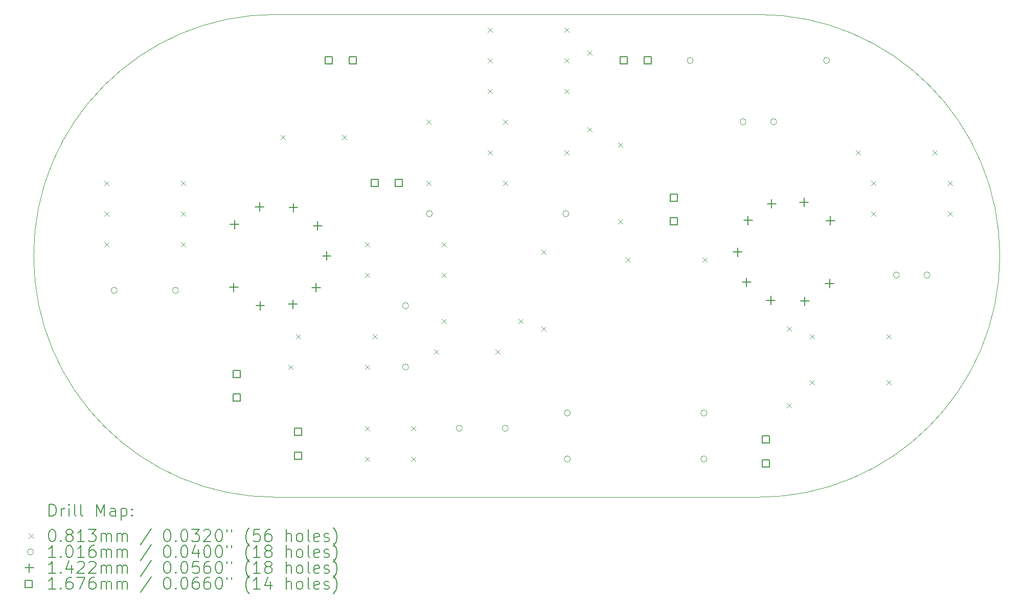
<source format=gbr>
%TF.GenerationSoftware,KiCad,Pcbnew,8.0.3*%
%TF.CreationDate,2024-07-11T22:05:59+03:00*%
%TF.ProjectId,main,6d61696e-2e6b-4696-9361-645f70636258,rev?*%
%TF.SameCoordinates,Original*%
%TF.FileFunction,Drillmap*%
%TF.FilePolarity,Positive*%
%FSLAX45Y45*%
G04 Gerber Fmt 4.5, Leading zero omitted, Abs format (unit mm)*
G04 Created by KiCad (PCBNEW 8.0.3) date 2024-07-11 22:05:59*
%MOMM*%
%LPD*%
G01*
G04 APERTURE LIST*
%ADD10C,0.050000*%
%ADD11C,0.200000*%
%ADD12C,0.100000*%
%ADD13C,0.101600*%
%ADD14C,0.142240*%
%ADD15C,0.167640*%
G04 APERTURE END LIST*
D10*
X10287000Y-12318000D02*
X18287000Y-12318000D01*
X10287000Y-4318000D02*
X18287000Y-4318000D01*
X10287000Y-12318000D02*
G75*
G02*
X10287000Y-4318000I0J4000000D01*
G01*
X18287000Y-4318000D02*
G75*
G02*
X18287000Y-12318000I0J-4000000D01*
G01*
D11*
D12*
X7452360Y-7071360D02*
X7533640Y-7152640D01*
X7533640Y-7071360D02*
X7452360Y-7152640D01*
X7452360Y-7579360D02*
X7533640Y-7660640D01*
X7533640Y-7579360D02*
X7452360Y-7660640D01*
X7452360Y-8087360D02*
X7533640Y-8168640D01*
X7533640Y-8087360D02*
X7452360Y-8168640D01*
X8722360Y-7071360D02*
X8803640Y-7152640D01*
X8803640Y-7071360D02*
X8722360Y-7152640D01*
X8722360Y-7579360D02*
X8803640Y-7660640D01*
X8803640Y-7579360D02*
X8722360Y-7660640D01*
X8722360Y-8087360D02*
X8803640Y-8168640D01*
X8803640Y-8087360D02*
X8722360Y-8168640D01*
X10373360Y-6309360D02*
X10454640Y-6390640D01*
X10454640Y-6309360D02*
X10373360Y-6390640D01*
X10500360Y-10119360D02*
X10581640Y-10200640D01*
X10581640Y-10119360D02*
X10500360Y-10200640D01*
X10627360Y-9611360D02*
X10708640Y-9692640D01*
X10708640Y-9611360D02*
X10627360Y-9692640D01*
X11389360Y-6309360D02*
X11470640Y-6390640D01*
X11470640Y-6309360D02*
X11389360Y-6390640D01*
X11770360Y-8087360D02*
X11851640Y-8168640D01*
X11851640Y-8087360D02*
X11770360Y-8168640D01*
X11770360Y-8595360D02*
X11851640Y-8676640D01*
X11851640Y-8595360D02*
X11770360Y-8676640D01*
X11770360Y-10119360D02*
X11851640Y-10200640D01*
X11851640Y-10119360D02*
X11770360Y-10200640D01*
X11770360Y-11135360D02*
X11851640Y-11216640D01*
X11851640Y-11135360D02*
X11770360Y-11216640D01*
X11770360Y-11643360D02*
X11851640Y-11724640D01*
X11851640Y-11643360D02*
X11770360Y-11724640D01*
X11897360Y-9611360D02*
X11978640Y-9692640D01*
X11978640Y-9611360D02*
X11897360Y-9692640D01*
X12532360Y-11135360D02*
X12613640Y-11216640D01*
X12613640Y-11135360D02*
X12532360Y-11216640D01*
X12532360Y-11643360D02*
X12613640Y-11724640D01*
X12613640Y-11643360D02*
X12532360Y-11724640D01*
X12786360Y-6055360D02*
X12867640Y-6136640D01*
X12867640Y-6055360D02*
X12786360Y-6136640D01*
X12786360Y-7071360D02*
X12867640Y-7152640D01*
X12867640Y-7071360D02*
X12786360Y-7152640D01*
X12913360Y-9865360D02*
X12994640Y-9946640D01*
X12994640Y-9865360D02*
X12913360Y-9946640D01*
X13040360Y-8087360D02*
X13121640Y-8168640D01*
X13121640Y-8087360D02*
X13040360Y-8168640D01*
X13040360Y-8595360D02*
X13121640Y-8676640D01*
X13121640Y-8595360D02*
X13040360Y-8676640D01*
X13040360Y-9357360D02*
X13121640Y-9438640D01*
X13121640Y-9357360D02*
X13040360Y-9438640D01*
X13802360Y-4531360D02*
X13883640Y-4612640D01*
X13883640Y-4531360D02*
X13802360Y-4612640D01*
X13802360Y-5039360D02*
X13883640Y-5120640D01*
X13883640Y-5039360D02*
X13802360Y-5120640D01*
X13802360Y-5547360D02*
X13883640Y-5628640D01*
X13883640Y-5547360D02*
X13802360Y-5628640D01*
X13802360Y-6563360D02*
X13883640Y-6644640D01*
X13883640Y-6563360D02*
X13802360Y-6644640D01*
X13929360Y-9865360D02*
X14010640Y-9946640D01*
X14010640Y-9865360D02*
X13929360Y-9946640D01*
X14056360Y-6055360D02*
X14137640Y-6136640D01*
X14137640Y-6055360D02*
X14056360Y-6136640D01*
X14056360Y-7071360D02*
X14137640Y-7152640D01*
X14137640Y-7071360D02*
X14056360Y-7152640D01*
X14310360Y-9357360D02*
X14391640Y-9438640D01*
X14391640Y-9357360D02*
X14310360Y-9438640D01*
X14691360Y-8214360D02*
X14772640Y-8295640D01*
X14772640Y-8214360D02*
X14691360Y-8295640D01*
X14691360Y-9484360D02*
X14772640Y-9565640D01*
X14772640Y-9484360D02*
X14691360Y-9565640D01*
X15072360Y-4531360D02*
X15153640Y-4612640D01*
X15153640Y-4531360D02*
X15072360Y-4612640D01*
X15072360Y-5039360D02*
X15153640Y-5120640D01*
X15153640Y-5039360D02*
X15072360Y-5120640D01*
X15072360Y-5547360D02*
X15153640Y-5628640D01*
X15153640Y-5547360D02*
X15072360Y-5628640D01*
X15072360Y-6563360D02*
X15153640Y-6644640D01*
X15153640Y-6563360D02*
X15072360Y-6644640D01*
X15453360Y-4912360D02*
X15534640Y-4993640D01*
X15534640Y-4912360D02*
X15453360Y-4993640D01*
X15453360Y-6182360D02*
X15534640Y-6263640D01*
X15534640Y-6182360D02*
X15453360Y-6263640D01*
X15961360Y-6436360D02*
X16042640Y-6517640D01*
X16042640Y-6436360D02*
X15961360Y-6517640D01*
X15961360Y-7706360D02*
X16042640Y-7787640D01*
X16042640Y-7706360D02*
X15961360Y-7787640D01*
X16088360Y-8341360D02*
X16169640Y-8422640D01*
X16169640Y-8341360D02*
X16088360Y-8422640D01*
X17358360Y-8341360D02*
X17439640Y-8422640D01*
X17439640Y-8341360D02*
X17358360Y-8422640D01*
X18755360Y-9484360D02*
X18836640Y-9565640D01*
X18836640Y-9484360D02*
X18755360Y-9565640D01*
X18755360Y-10754360D02*
X18836640Y-10835640D01*
X18836640Y-10754360D02*
X18755360Y-10835640D01*
X19136360Y-9611360D02*
X19217640Y-9692640D01*
X19217640Y-9611360D02*
X19136360Y-9692640D01*
X19136360Y-10373360D02*
X19217640Y-10454640D01*
X19217640Y-10373360D02*
X19136360Y-10454640D01*
X19898360Y-6563360D02*
X19979640Y-6644640D01*
X19979640Y-6563360D02*
X19898360Y-6644640D01*
X20152360Y-7071360D02*
X20233640Y-7152640D01*
X20233640Y-7071360D02*
X20152360Y-7152640D01*
X20152360Y-7579360D02*
X20233640Y-7660640D01*
X20233640Y-7579360D02*
X20152360Y-7660640D01*
X20406360Y-9611360D02*
X20487640Y-9692640D01*
X20487640Y-9611360D02*
X20406360Y-9692640D01*
X20406360Y-10373360D02*
X20487640Y-10454640D01*
X20487640Y-10373360D02*
X20406360Y-10454640D01*
X21168360Y-6563360D02*
X21249640Y-6644640D01*
X21249640Y-6563360D02*
X21168360Y-6644640D01*
X21422360Y-7071360D02*
X21503640Y-7152640D01*
X21503640Y-7071360D02*
X21422360Y-7152640D01*
X21422360Y-7579360D02*
X21503640Y-7660640D01*
X21503640Y-7579360D02*
X21422360Y-7660640D01*
D13*
X7670800Y-8890000D02*
G75*
G02*
X7569200Y-8890000I-50800J0D01*
G01*
X7569200Y-8890000D02*
G75*
G02*
X7670800Y-8890000I50800J0D01*
G01*
X8686800Y-8890000D02*
G75*
G02*
X8585200Y-8890000I-50800J0D01*
G01*
X8585200Y-8890000D02*
G75*
G02*
X8686800Y-8890000I50800J0D01*
G01*
X12496800Y-9144000D02*
G75*
G02*
X12395200Y-9144000I-50800J0D01*
G01*
X12395200Y-9144000D02*
G75*
G02*
X12496800Y-9144000I50800J0D01*
G01*
X12496800Y-10160000D02*
G75*
G02*
X12395200Y-10160000I-50800J0D01*
G01*
X12395200Y-10160000D02*
G75*
G02*
X12496800Y-10160000I50800J0D01*
G01*
X12890500Y-7620000D02*
G75*
G02*
X12788900Y-7620000I-50800J0D01*
G01*
X12788900Y-7620000D02*
G75*
G02*
X12890500Y-7620000I50800J0D01*
G01*
X13385800Y-11176000D02*
G75*
G02*
X13284200Y-11176000I-50800J0D01*
G01*
X13284200Y-11176000D02*
G75*
G02*
X13385800Y-11176000I50800J0D01*
G01*
X14147800Y-11176000D02*
G75*
G02*
X14046200Y-11176000I-50800J0D01*
G01*
X14046200Y-11176000D02*
G75*
G02*
X14147800Y-11176000I50800J0D01*
G01*
X15151100Y-7620000D02*
G75*
G02*
X15049500Y-7620000I-50800J0D01*
G01*
X15049500Y-7620000D02*
G75*
G02*
X15151100Y-7620000I50800J0D01*
G01*
X15176500Y-10922000D02*
G75*
G02*
X15074900Y-10922000I-50800J0D01*
G01*
X15074900Y-10922000D02*
G75*
G02*
X15176500Y-10922000I50800J0D01*
G01*
X15176500Y-11684000D02*
G75*
G02*
X15074900Y-11684000I-50800J0D01*
G01*
X15074900Y-11684000D02*
G75*
G02*
X15176500Y-11684000I50800J0D01*
G01*
X17208500Y-5080000D02*
G75*
G02*
X17106900Y-5080000I-50800J0D01*
G01*
X17106900Y-5080000D02*
G75*
G02*
X17208500Y-5080000I50800J0D01*
G01*
X17437100Y-10922000D02*
G75*
G02*
X17335500Y-10922000I-50800J0D01*
G01*
X17335500Y-10922000D02*
G75*
G02*
X17437100Y-10922000I50800J0D01*
G01*
X17437100Y-11684000D02*
G75*
G02*
X17335500Y-11684000I-50800J0D01*
G01*
X17335500Y-11684000D02*
G75*
G02*
X17437100Y-11684000I50800J0D01*
G01*
X18084800Y-6096000D02*
G75*
G02*
X17983200Y-6096000I-50800J0D01*
G01*
X17983200Y-6096000D02*
G75*
G02*
X18084800Y-6096000I50800J0D01*
G01*
X18592800Y-6096000D02*
G75*
G02*
X18491200Y-6096000I-50800J0D01*
G01*
X18491200Y-6096000D02*
G75*
G02*
X18592800Y-6096000I50800J0D01*
G01*
X19469100Y-5080000D02*
G75*
G02*
X19367500Y-5080000I-50800J0D01*
G01*
X19367500Y-5080000D02*
G75*
G02*
X19469100Y-5080000I50800J0D01*
G01*
X20624800Y-8636000D02*
G75*
G02*
X20523200Y-8636000I-50800J0D01*
G01*
X20523200Y-8636000D02*
G75*
G02*
X20624800Y-8636000I50800J0D01*
G01*
X21132800Y-8636000D02*
G75*
G02*
X21031200Y-8636000I-50800J0D01*
G01*
X21031200Y-8636000D02*
G75*
G02*
X21132800Y-8636000I50800J0D01*
G01*
D14*
X9601200Y-8767580D02*
X9601200Y-8909820D01*
X9530080Y-8838700D02*
X9672320Y-8838700D01*
X9613900Y-7726180D02*
X9613900Y-7868420D01*
X9542780Y-7797300D02*
X9685020Y-7797300D01*
X10025900Y-7434180D02*
X10025900Y-7576420D01*
X9954780Y-7505300D02*
X10097020Y-7505300D01*
X10038600Y-9072280D02*
X10038600Y-9214520D01*
X9967480Y-9143400D02*
X10109720Y-9143400D01*
X10576300Y-9047280D02*
X10576300Y-9189520D01*
X10505180Y-9118400D02*
X10647420Y-9118400D01*
X10589000Y-7446480D02*
X10589000Y-7588720D01*
X10517880Y-7517600D02*
X10660120Y-7517600D01*
X10964000Y-8772680D02*
X10964000Y-8914920D01*
X10892880Y-8843800D02*
X11035120Y-8843800D01*
X10989400Y-7746480D02*
X10989400Y-7888720D01*
X10918280Y-7817600D02*
X11060520Y-7817600D01*
X11139400Y-8246880D02*
X11139400Y-8389120D01*
X11068280Y-8318000D02*
X11210520Y-8318000D01*
X17943600Y-8183880D02*
X17943600Y-8326120D01*
X17872480Y-8255000D02*
X18014720Y-8255000D01*
X18093600Y-8684280D02*
X18093600Y-8826520D01*
X18022480Y-8755400D02*
X18164720Y-8755400D01*
X18119000Y-7658080D02*
X18119000Y-7800320D01*
X18047880Y-7729200D02*
X18190120Y-7729200D01*
X18494000Y-8984280D02*
X18494000Y-9126520D01*
X18422880Y-9055400D02*
X18565120Y-9055400D01*
X18506700Y-7383480D02*
X18506700Y-7525720D01*
X18435580Y-7454600D02*
X18577820Y-7454600D01*
X19044400Y-7358480D02*
X19044400Y-7500720D01*
X18973280Y-7429600D02*
X19115520Y-7429600D01*
X19057100Y-8996580D02*
X19057100Y-9138820D01*
X18985980Y-9067700D02*
X19128220Y-9067700D01*
X19469100Y-8704580D02*
X19469100Y-8846820D01*
X19397980Y-8775700D02*
X19540220Y-8775700D01*
X19481800Y-7663180D02*
X19481800Y-7805420D01*
X19410680Y-7734300D02*
X19552920Y-7734300D01*
D15*
X9711270Y-10331030D02*
X9711270Y-10212490D01*
X9592730Y-10212490D01*
X9592730Y-10331030D01*
X9711270Y-10331030D01*
X9711270Y-10727270D02*
X9711270Y-10608730D01*
X9592730Y-10608730D01*
X9592730Y-10727270D01*
X9711270Y-10727270D01*
X10727270Y-11291150D02*
X10727270Y-11172610D01*
X10608730Y-11172610D01*
X10608730Y-11291150D01*
X10727270Y-11291150D01*
X10727270Y-11687390D02*
X10727270Y-11568850D01*
X10608730Y-11568850D01*
X10608730Y-11687390D01*
X10727270Y-11687390D01*
X11235270Y-5139270D02*
X11235270Y-5020730D01*
X11116730Y-5020730D01*
X11116730Y-5139270D01*
X11235270Y-5139270D01*
X11631510Y-5139270D02*
X11631510Y-5020730D01*
X11512970Y-5020730D01*
X11512970Y-5139270D01*
X11631510Y-5139270D01*
X11997270Y-7171270D02*
X11997270Y-7052730D01*
X11878730Y-7052730D01*
X11878730Y-7171270D01*
X11997270Y-7171270D01*
X12393510Y-7171270D02*
X12393510Y-7052730D01*
X12274970Y-7052730D01*
X12274970Y-7171270D01*
X12393510Y-7171270D01*
X16117150Y-5139270D02*
X16117150Y-5020730D01*
X15998610Y-5020730D01*
X15998610Y-5139270D01*
X16117150Y-5139270D01*
X16513390Y-5139270D02*
X16513390Y-5020730D01*
X16394850Y-5020730D01*
X16394850Y-5139270D01*
X16513390Y-5139270D01*
X16950270Y-7410030D02*
X16950270Y-7291490D01*
X16831730Y-7291490D01*
X16831730Y-7410030D01*
X16950270Y-7410030D01*
X16950270Y-7806270D02*
X16950270Y-7687730D01*
X16831730Y-7687730D01*
X16831730Y-7806270D01*
X16950270Y-7806270D01*
X18474270Y-11418150D02*
X18474270Y-11299610D01*
X18355730Y-11299610D01*
X18355730Y-11418150D01*
X18474270Y-11418150D01*
X18474270Y-11814390D02*
X18474270Y-11695850D01*
X18355730Y-11695850D01*
X18355730Y-11814390D01*
X18474270Y-11814390D01*
D11*
X6545277Y-12631984D02*
X6545277Y-12431984D01*
X6545277Y-12431984D02*
X6592896Y-12431984D01*
X6592896Y-12431984D02*
X6621467Y-12441508D01*
X6621467Y-12441508D02*
X6640515Y-12460555D01*
X6640515Y-12460555D02*
X6650039Y-12479603D01*
X6650039Y-12479603D02*
X6659562Y-12517698D01*
X6659562Y-12517698D02*
X6659562Y-12546269D01*
X6659562Y-12546269D02*
X6650039Y-12584365D01*
X6650039Y-12584365D02*
X6640515Y-12603412D01*
X6640515Y-12603412D02*
X6621467Y-12622460D01*
X6621467Y-12622460D02*
X6592896Y-12631984D01*
X6592896Y-12631984D02*
X6545277Y-12631984D01*
X6745277Y-12631984D02*
X6745277Y-12498650D01*
X6745277Y-12536746D02*
X6754801Y-12517698D01*
X6754801Y-12517698D02*
X6764324Y-12508174D01*
X6764324Y-12508174D02*
X6783372Y-12498650D01*
X6783372Y-12498650D02*
X6802420Y-12498650D01*
X6869086Y-12631984D02*
X6869086Y-12498650D01*
X6869086Y-12431984D02*
X6859562Y-12441508D01*
X6859562Y-12441508D02*
X6869086Y-12451031D01*
X6869086Y-12451031D02*
X6878610Y-12441508D01*
X6878610Y-12441508D02*
X6869086Y-12431984D01*
X6869086Y-12431984D02*
X6869086Y-12451031D01*
X6992896Y-12631984D02*
X6973848Y-12622460D01*
X6973848Y-12622460D02*
X6964324Y-12603412D01*
X6964324Y-12603412D02*
X6964324Y-12431984D01*
X7097658Y-12631984D02*
X7078610Y-12622460D01*
X7078610Y-12622460D02*
X7069086Y-12603412D01*
X7069086Y-12603412D02*
X7069086Y-12431984D01*
X7326229Y-12631984D02*
X7326229Y-12431984D01*
X7326229Y-12431984D02*
X7392896Y-12574841D01*
X7392896Y-12574841D02*
X7459562Y-12431984D01*
X7459562Y-12431984D02*
X7459562Y-12631984D01*
X7640515Y-12631984D02*
X7640515Y-12527222D01*
X7640515Y-12527222D02*
X7630991Y-12508174D01*
X7630991Y-12508174D02*
X7611943Y-12498650D01*
X7611943Y-12498650D02*
X7573848Y-12498650D01*
X7573848Y-12498650D02*
X7554801Y-12508174D01*
X7640515Y-12622460D02*
X7621467Y-12631984D01*
X7621467Y-12631984D02*
X7573848Y-12631984D01*
X7573848Y-12631984D02*
X7554801Y-12622460D01*
X7554801Y-12622460D02*
X7545277Y-12603412D01*
X7545277Y-12603412D02*
X7545277Y-12584365D01*
X7545277Y-12584365D02*
X7554801Y-12565317D01*
X7554801Y-12565317D02*
X7573848Y-12555793D01*
X7573848Y-12555793D02*
X7621467Y-12555793D01*
X7621467Y-12555793D02*
X7640515Y-12546269D01*
X7735753Y-12498650D02*
X7735753Y-12698650D01*
X7735753Y-12508174D02*
X7754801Y-12498650D01*
X7754801Y-12498650D02*
X7792896Y-12498650D01*
X7792896Y-12498650D02*
X7811943Y-12508174D01*
X7811943Y-12508174D02*
X7821467Y-12517698D01*
X7821467Y-12517698D02*
X7830991Y-12536746D01*
X7830991Y-12536746D02*
X7830991Y-12593888D01*
X7830991Y-12593888D02*
X7821467Y-12612936D01*
X7821467Y-12612936D02*
X7811943Y-12622460D01*
X7811943Y-12622460D02*
X7792896Y-12631984D01*
X7792896Y-12631984D02*
X7754801Y-12631984D01*
X7754801Y-12631984D02*
X7735753Y-12622460D01*
X7916705Y-12612936D02*
X7926229Y-12622460D01*
X7926229Y-12622460D02*
X7916705Y-12631984D01*
X7916705Y-12631984D02*
X7907182Y-12622460D01*
X7907182Y-12622460D02*
X7916705Y-12612936D01*
X7916705Y-12612936D02*
X7916705Y-12631984D01*
X7916705Y-12508174D02*
X7926229Y-12517698D01*
X7926229Y-12517698D02*
X7916705Y-12527222D01*
X7916705Y-12527222D02*
X7907182Y-12517698D01*
X7907182Y-12517698D02*
X7916705Y-12508174D01*
X7916705Y-12508174D02*
X7916705Y-12527222D01*
D12*
X6203220Y-12919860D02*
X6284500Y-13001140D01*
X6284500Y-12919860D02*
X6203220Y-13001140D01*
D11*
X6583372Y-12851984D02*
X6602420Y-12851984D01*
X6602420Y-12851984D02*
X6621467Y-12861508D01*
X6621467Y-12861508D02*
X6630991Y-12871031D01*
X6630991Y-12871031D02*
X6640515Y-12890079D01*
X6640515Y-12890079D02*
X6650039Y-12928174D01*
X6650039Y-12928174D02*
X6650039Y-12975793D01*
X6650039Y-12975793D02*
X6640515Y-13013888D01*
X6640515Y-13013888D02*
X6630991Y-13032936D01*
X6630991Y-13032936D02*
X6621467Y-13042460D01*
X6621467Y-13042460D02*
X6602420Y-13051984D01*
X6602420Y-13051984D02*
X6583372Y-13051984D01*
X6583372Y-13051984D02*
X6564324Y-13042460D01*
X6564324Y-13042460D02*
X6554801Y-13032936D01*
X6554801Y-13032936D02*
X6545277Y-13013888D01*
X6545277Y-13013888D02*
X6535753Y-12975793D01*
X6535753Y-12975793D02*
X6535753Y-12928174D01*
X6535753Y-12928174D02*
X6545277Y-12890079D01*
X6545277Y-12890079D02*
X6554801Y-12871031D01*
X6554801Y-12871031D02*
X6564324Y-12861508D01*
X6564324Y-12861508D02*
X6583372Y-12851984D01*
X6735753Y-13032936D02*
X6745277Y-13042460D01*
X6745277Y-13042460D02*
X6735753Y-13051984D01*
X6735753Y-13051984D02*
X6726229Y-13042460D01*
X6726229Y-13042460D02*
X6735753Y-13032936D01*
X6735753Y-13032936D02*
X6735753Y-13051984D01*
X6859562Y-12937698D02*
X6840515Y-12928174D01*
X6840515Y-12928174D02*
X6830991Y-12918650D01*
X6830991Y-12918650D02*
X6821467Y-12899603D01*
X6821467Y-12899603D02*
X6821467Y-12890079D01*
X6821467Y-12890079D02*
X6830991Y-12871031D01*
X6830991Y-12871031D02*
X6840515Y-12861508D01*
X6840515Y-12861508D02*
X6859562Y-12851984D01*
X6859562Y-12851984D02*
X6897658Y-12851984D01*
X6897658Y-12851984D02*
X6916705Y-12861508D01*
X6916705Y-12861508D02*
X6926229Y-12871031D01*
X6926229Y-12871031D02*
X6935753Y-12890079D01*
X6935753Y-12890079D02*
X6935753Y-12899603D01*
X6935753Y-12899603D02*
X6926229Y-12918650D01*
X6926229Y-12918650D02*
X6916705Y-12928174D01*
X6916705Y-12928174D02*
X6897658Y-12937698D01*
X6897658Y-12937698D02*
X6859562Y-12937698D01*
X6859562Y-12937698D02*
X6840515Y-12947222D01*
X6840515Y-12947222D02*
X6830991Y-12956746D01*
X6830991Y-12956746D02*
X6821467Y-12975793D01*
X6821467Y-12975793D02*
X6821467Y-13013888D01*
X6821467Y-13013888D02*
X6830991Y-13032936D01*
X6830991Y-13032936D02*
X6840515Y-13042460D01*
X6840515Y-13042460D02*
X6859562Y-13051984D01*
X6859562Y-13051984D02*
X6897658Y-13051984D01*
X6897658Y-13051984D02*
X6916705Y-13042460D01*
X6916705Y-13042460D02*
X6926229Y-13032936D01*
X6926229Y-13032936D02*
X6935753Y-13013888D01*
X6935753Y-13013888D02*
X6935753Y-12975793D01*
X6935753Y-12975793D02*
X6926229Y-12956746D01*
X6926229Y-12956746D02*
X6916705Y-12947222D01*
X6916705Y-12947222D02*
X6897658Y-12937698D01*
X7126229Y-13051984D02*
X7011943Y-13051984D01*
X7069086Y-13051984D02*
X7069086Y-12851984D01*
X7069086Y-12851984D02*
X7050039Y-12880555D01*
X7050039Y-12880555D02*
X7030991Y-12899603D01*
X7030991Y-12899603D02*
X7011943Y-12909127D01*
X7192896Y-12851984D02*
X7316705Y-12851984D01*
X7316705Y-12851984D02*
X7250039Y-12928174D01*
X7250039Y-12928174D02*
X7278610Y-12928174D01*
X7278610Y-12928174D02*
X7297658Y-12937698D01*
X7297658Y-12937698D02*
X7307182Y-12947222D01*
X7307182Y-12947222D02*
X7316705Y-12966269D01*
X7316705Y-12966269D02*
X7316705Y-13013888D01*
X7316705Y-13013888D02*
X7307182Y-13032936D01*
X7307182Y-13032936D02*
X7297658Y-13042460D01*
X7297658Y-13042460D02*
X7278610Y-13051984D01*
X7278610Y-13051984D02*
X7221467Y-13051984D01*
X7221467Y-13051984D02*
X7202420Y-13042460D01*
X7202420Y-13042460D02*
X7192896Y-13032936D01*
X7402420Y-13051984D02*
X7402420Y-12918650D01*
X7402420Y-12937698D02*
X7411943Y-12928174D01*
X7411943Y-12928174D02*
X7430991Y-12918650D01*
X7430991Y-12918650D02*
X7459563Y-12918650D01*
X7459563Y-12918650D02*
X7478610Y-12928174D01*
X7478610Y-12928174D02*
X7488134Y-12947222D01*
X7488134Y-12947222D02*
X7488134Y-13051984D01*
X7488134Y-12947222D02*
X7497658Y-12928174D01*
X7497658Y-12928174D02*
X7516705Y-12918650D01*
X7516705Y-12918650D02*
X7545277Y-12918650D01*
X7545277Y-12918650D02*
X7564324Y-12928174D01*
X7564324Y-12928174D02*
X7573848Y-12947222D01*
X7573848Y-12947222D02*
X7573848Y-13051984D01*
X7669086Y-13051984D02*
X7669086Y-12918650D01*
X7669086Y-12937698D02*
X7678610Y-12928174D01*
X7678610Y-12928174D02*
X7697658Y-12918650D01*
X7697658Y-12918650D02*
X7726229Y-12918650D01*
X7726229Y-12918650D02*
X7745277Y-12928174D01*
X7745277Y-12928174D02*
X7754801Y-12947222D01*
X7754801Y-12947222D02*
X7754801Y-13051984D01*
X7754801Y-12947222D02*
X7764324Y-12928174D01*
X7764324Y-12928174D02*
X7783372Y-12918650D01*
X7783372Y-12918650D02*
X7811943Y-12918650D01*
X7811943Y-12918650D02*
X7830991Y-12928174D01*
X7830991Y-12928174D02*
X7840515Y-12947222D01*
X7840515Y-12947222D02*
X7840515Y-13051984D01*
X8230991Y-12842460D02*
X8059563Y-13099603D01*
X8488134Y-12851984D02*
X8507182Y-12851984D01*
X8507182Y-12851984D02*
X8526229Y-12861508D01*
X8526229Y-12861508D02*
X8535753Y-12871031D01*
X8535753Y-12871031D02*
X8545277Y-12890079D01*
X8545277Y-12890079D02*
X8554801Y-12928174D01*
X8554801Y-12928174D02*
X8554801Y-12975793D01*
X8554801Y-12975793D02*
X8545277Y-13013888D01*
X8545277Y-13013888D02*
X8535753Y-13032936D01*
X8535753Y-13032936D02*
X8526229Y-13042460D01*
X8526229Y-13042460D02*
X8507182Y-13051984D01*
X8507182Y-13051984D02*
X8488134Y-13051984D01*
X8488134Y-13051984D02*
X8469087Y-13042460D01*
X8469087Y-13042460D02*
X8459563Y-13032936D01*
X8459563Y-13032936D02*
X8450039Y-13013888D01*
X8450039Y-13013888D02*
X8440515Y-12975793D01*
X8440515Y-12975793D02*
X8440515Y-12928174D01*
X8440515Y-12928174D02*
X8450039Y-12890079D01*
X8450039Y-12890079D02*
X8459563Y-12871031D01*
X8459563Y-12871031D02*
X8469087Y-12861508D01*
X8469087Y-12861508D02*
X8488134Y-12851984D01*
X8640515Y-13032936D02*
X8650039Y-13042460D01*
X8650039Y-13042460D02*
X8640515Y-13051984D01*
X8640515Y-13051984D02*
X8630991Y-13042460D01*
X8630991Y-13042460D02*
X8640515Y-13032936D01*
X8640515Y-13032936D02*
X8640515Y-13051984D01*
X8773848Y-12851984D02*
X8792896Y-12851984D01*
X8792896Y-12851984D02*
X8811944Y-12861508D01*
X8811944Y-12861508D02*
X8821468Y-12871031D01*
X8821468Y-12871031D02*
X8830991Y-12890079D01*
X8830991Y-12890079D02*
X8840515Y-12928174D01*
X8840515Y-12928174D02*
X8840515Y-12975793D01*
X8840515Y-12975793D02*
X8830991Y-13013888D01*
X8830991Y-13013888D02*
X8821468Y-13032936D01*
X8821468Y-13032936D02*
X8811944Y-13042460D01*
X8811944Y-13042460D02*
X8792896Y-13051984D01*
X8792896Y-13051984D02*
X8773848Y-13051984D01*
X8773848Y-13051984D02*
X8754801Y-13042460D01*
X8754801Y-13042460D02*
X8745277Y-13032936D01*
X8745277Y-13032936D02*
X8735753Y-13013888D01*
X8735753Y-13013888D02*
X8726229Y-12975793D01*
X8726229Y-12975793D02*
X8726229Y-12928174D01*
X8726229Y-12928174D02*
X8735753Y-12890079D01*
X8735753Y-12890079D02*
X8745277Y-12871031D01*
X8745277Y-12871031D02*
X8754801Y-12861508D01*
X8754801Y-12861508D02*
X8773848Y-12851984D01*
X8907182Y-12851984D02*
X9030991Y-12851984D01*
X9030991Y-12851984D02*
X8964325Y-12928174D01*
X8964325Y-12928174D02*
X8992896Y-12928174D01*
X8992896Y-12928174D02*
X9011944Y-12937698D01*
X9011944Y-12937698D02*
X9021468Y-12947222D01*
X9021468Y-12947222D02*
X9030991Y-12966269D01*
X9030991Y-12966269D02*
X9030991Y-13013888D01*
X9030991Y-13013888D02*
X9021468Y-13032936D01*
X9021468Y-13032936D02*
X9011944Y-13042460D01*
X9011944Y-13042460D02*
X8992896Y-13051984D01*
X8992896Y-13051984D02*
X8935753Y-13051984D01*
X8935753Y-13051984D02*
X8916706Y-13042460D01*
X8916706Y-13042460D02*
X8907182Y-13032936D01*
X9107182Y-12871031D02*
X9116706Y-12861508D01*
X9116706Y-12861508D02*
X9135753Y-12851984D01*
X9135753Y-12851984D02*
X9183372Y-12851984D01*
X9183372Y-12851984D02*
X9202420Y-12861508D01*
X9202420Y-12861508D02*
X9211944Y-12871031D01*
X9211944Y-12871031D02*
X9221468Y-12890079D01*
X9221468Y-12890079D02*
X9221468Y-12909127D01*
X9221468Y-12909127D02*
X9211944Y-12937698D01*
X9211944Y-12937698D02*
X9097658Y-13051984D01*
X9097658Y-13051984D02*
X9221468Y-13051984D01*
X9345277Y-12851984D02*
X9364325Y-12851984D01*
X9364325Y-12851984D02*
X9383372Y-12861508D01*
X9383372Y-12861508D02*
X9392896Y-12871031D01*
X9392896Y-12871031D02*
X9402420Y-12890079D01*
X9402420Y-12890079D02*
X9411944Y-12928174D01*
X9411944Y-12928174D02*
X9411944Y-12975793D01*
X9411944Y-12975793D02*
X9402420Y-13013888D01*
X9402420Y-13013888D02*
X9392896Y-13032936D01*
X9392896Y-13032936D02*
X9383372Y-13042460D01*
X9383372Y-13042460D02*
X9364325Y-13051984D01*
X9364325Y-13051984D02*
X9345277Y-13051984D01*
X9345277Y-13051984D02*
X9326229Y-13042460D01*
X9326229Y-13042460D02*
X9316706Y-13032936D01*
X9316706Y-13032936D02*
X9307182Y-13013888D01*
X9307182Y-13013888D02*
X9297658Y-12975793D01*
X9297658Y-12975793D02*
X9297658Y-12928174D01*
X9297658Y-12928174D02*
X9307182Y-12890079D01*
X9307182Y-12890079D02*
X9316706Y-12871031D01*
X9316706Y-12871031D02*
X9326229Y-12861508D01*
X9326229Y-12861508D02*
X9345277Y-12851984D01*
X9488134Y-12851984D02*
X9488134Y-12890079D01*
X9564325Y-12851984D02*
X9564325Y-12890079D01*
X9859563Y-13128174D02*
X9850039Y-13118650D01*
X9850039Y-13118650D02*
X9830991Y-13090079D01*
X9830991Y-13090079D02*
X9821468Y-13071031D01*
X9821468Y-13071031D02*
X9811944Y-13042460D01*
X9811944Y-13042460D02*
X9802420Y-12994841D01*
X9802420Y-12994841D02*
X9802420Y-12956746D01*
X9802420Y-12956746D02*
X9811944Y-12909127D01*
X9811944Y-12909127D02*
X9821468Y-12880555D01*
X9821468Y-12880555D02*
X9830991Y-12861508D01*
X9830991Y-12861508D02*
X9850039Y-12832936D01*
X9850039Y-12832936D02*
X9859563Y-12823412D01*
X10030991Y-12851984D02*
X9935753Y-12851984D01*
X9935753Y-12851984D02*
X9926230Y-12947222D01*
X9926230Y-12947222D02*
X9935753Y-12937698D01*
X9935753Y-12937698D02*
X9954801Y-12928174D01*
X9954801Y-12928174D02*
X10002420Y-12928174D01*
X10002420Y-12928174D02*
X10021468Y-12937698D01*
X10021468Y-12937698D02*
X10030991Y-12947222D01*
X10030991Y-12947222D02*
X10040515Y-12966269D01*
X10040515Y-12966269D02*
X10040515Y-13013888D01*
X10040515Y-13013888D02*
X10030991Y-13032936D01*
X10030991Y-13032936D02*
X10021468Y-13042460D01*
X10021468Y-13042460D02*
X10002420Y-13051984D01*
X10002420Y-13051984D02*
X9954801Y-13051984D01*
X9954801Y-13051984D02*
X9935753Y-13042460D01*
X9935753Y-13042460D02*
X9926230Y-13032936D01*
X10211944Y-12851984D02*
X10173849Y-12851984D01*
X10173849Y-12851984D02*
X10154801Y-12861508D01*
X10154801Y-12861508D02*
X10145277Y-12871031D01*
X10145277Y-12871031D02*
X10126230Y-12899603D01*
X10126230Y-12899603D02*
X10116706Y-12937698D01*
X10116706Y-12937698D02*
X10116706Y-13013888D01*
X10116706Y-13013888D02*
X10126230Y-13032936D01*
X10126230Y-13032936D02*
X10135753Y-13042460D01*
X10135753Y-13042460D02*
X10154801Y-13051984D01*
X10154801Y-13051984D02*
X10192896Y-13051984D01*
X10192896Y-13051984D02*
X10211944Y-13042460D01*
X10211944Y-13042460D02*
X10221468Y-13032936D01*
X10221468Y-13032936D02*
X10230991Y-13013888D01*
X10230991Y-13013888D02*
X10230991Y-12966269D01*
X10230991Y-12966269D02*
X10221468Y-12947222D01*
X10221468Y-12947222D02*
X10211944Y-12937698D01*
X10211944Y-12937698D02*
X10192896Y-12928174D01*
X10192896Y-12928174D02*
X10154801Y-12928174D01*
X10154801Y-12928174D02*
X10135753Y-12937698D01*
X10135753Y-12937698D02*
X10126230Y-12947222D01*
X10126230Y-12947222D02*
X10116706Y-12966269D01*
X10469087Y-13051984D02*
X10469087Y-12851984D01*
X10554801Y-13051984D02*
X10554801Y-12947222D01*
X10554801Y-12947222D02*
X10545277Y-12928174D01*
X10545277Y-12928174D02*
X10526230Y-12918650D01*
X10526230Y-12918650D02*
X10497658Y-12918650D01*
X10497658Y-12918650D02*
X10478611Y-12928174D01*
X10478611Y-12928174D02*
X10469087Y-12937698D01*
X10678611Y-13051984D02*
X10659563Y-13042460D01*
X10659563Y-13042460D02*
X10650039Y-13032936D01*
X10650039Y-13032936D02*
X10640515Y-13013888D01*
X10640515Y-13013888D02*
X10640515Y-12956746D01*
X10640515Y-12956746D02*
X10650039Y-12937698D01*
X10650039Y-12937698D02*
X10659563Y-12928174D01*
X10659563Y-12928174D02*
X10678611Y-12918650D01*
X10678611Y-12918650D02*
X10707182Y-12918650D01*
X10707182Y-12918650D02*
X10726230Y-12928174D01*
X10726230Y-12928174D02*
X10735753Y-12937698D01*
X10735753Y-12937698D02*
X10745277Y-12956746D01*
X10745277Y-12956746D02*
X10745277Y-13013888D01*
X10745277Y-13013888D02*
X10735753Y-13032936D01*
X10735753Y-13032936D02*
X10726230Y-13042460D01*
X10726230Y-13042460D02*
X10707182Y-13051984D01*
X10707182Y-13051984D02*
X10678611Y-13051984D01*
X10859563Y-13051984D02*
X10840515Y-13042460D01*
X10840515Y-13042460D02*
X10830992Y-13023412D01*
X10830992Y-13023412D02*
X10830992Y-12851984D01*
X11011944Y-13042460D02*
X10992896Y-13051984D01*
X10992896Y-13051984D02*
X10954801Y-13051984D01*
X10954801Y-13051984D02*
X10935753Y-13042460D01*
X10935753Y-13042460D02*
X10926230Y-13023412D01*
X10926230Y-13023412D02*
X10926230Y-12947222D01*
X10926230Y-12947222D02*
X10935753Y-12928174D01*
X10935753Y-12928174D02*
X10954801Y-12918650D01*
X10954801Y-12918650D02*
X10992896Y-12918650D01*
X10992896Y-12918650D02*
X11011944Y-12928174D01*
X11011944Y-12928174D02*
X11021468Y-12947222D01*
X11021468Y-12947222D02*
X11021468Y-12966269D01*
X11021468Y-12966269D02*
X10926230Y-12985317D01*
X11097658Y-13042460D02*
X11116706Y-13051984D01*
X11116706Y-13051984D02*
X11154801Y-13051984D01*
X11154801Y-13051984D02*
X11173849Y-13042460D01*
X11173849Y-13042460D02*
X11183373Y-13023412D01*
X11183373Y-13023412D02*
X11183373Y-13013888D01*
X11183373Y-13013888D02*
X11173849Y-12994841D01*
X11173849Y-12994841D02*
X11154801Y-12985317D01*
X11154801Y-12985317D02*
X11126230Y-12985317D01*
X11126230Y-12985317D02*
X11107182Y-12975793D01*
X11107182Y-12975793D02*
X11097658Y-12956746D01*
X11097658Y-12956746D02*
X11097658Y-12947222D01*
X11097658Y-12947222D02*
X11107182Y-12928174D01*
X11107182Y-12928174D02*
X11126230Y-12918650D01*
X11126230Y-12918650D02*
X11154801Y-12918650D01*
X11154801Y-12918650D02*
X11173849Y-12928174D01*
X11250039Y-13128174D02*
X11259563Y-13118650D01*
X11259563Y-13118650D02*
X11278611Y-13090079D01*
X11278611Y-13090079D02*
X11288134Y-13071031D01*
X11288134Y-13071031D02*
X11297658Y-13042460D01*
X11297658Y-13042460D02*
X11307182Y-12994841D01*
X11307182Y-12994841D02*
X11307182Y-12956746D01*
X11307182Y-12956746D02*
X11297658Y-12909127D01*
X11297658Y-12909127D02*
X11288134Y-12880555D01*
X11288134Y-12880555D02*
X11278611Y-12861508D01*
X11278611Y-12861508D02*
X11259563Y-12832936D01*
X11259563Y-12832936D02*
X11250039Y-12823412D01*
D13*
X6284500Y-13224500D02*
G75*
G02*
X6182900Y-13224500I-50800J0D01*
G01*
X6182900Y-13224500D02*
G75*
G02*
X6284500Y-13224500I50800J0D01*
G01*
D11*
X6650039Y-13315984D02*
X6535753Y-13315984D01*
X6592896Y-13315984D02*
X6592896Y-13115984D01*
X6592896Y-13115984D02*
X6573848Y-13144555D01*
X6573848Y-13144555D02*
X6554801Y-13163603D01*
X6554801Y-13163603D02*
X6535753Y-13173127D01*
X6735753Y-13296936D02*
X6745277Y-13306460D01*
X6745277Y-13306460D02*
X6735753Y-13315984D01*
X6735753Y-13315984D02*
X6726229Y-13306460D01*
X6726229Y-13306460D02*
X6735753Y-13296936D01*
X6735753Y-13296936D02*
X6735753Y-13315984D01*
X6869086Y-13115984D02*
X6888134Y-13115984D01*
X6888134Y-13115984D02*
X6907182Y-13125508D01*
X6907182Y-13125508D02*
X6916705Y-13135031D01*
X6916705Y-13135031D02*
X6926229Y-13154079D01*
X6926229Y-13154079D02*
X6935753Y-13192174D01*
X6935753Y-13192174D02*
X6935753Y-13239793D01*
X6935753Y-13239793D02*
X6926229Y-13277888D01*
X6926229Y-13277888D02*
X6916705Y-13296936D01*
X6916705Y-13296936D02*
X6907182Y-13306460D01*
X6907182Y-13306460D02*
X6888134Y-13315984D01*
X6888134Y-13315984D02*
X6869086Y-13315984D01*
X6869086Y-13315984D02*
X6850039Y-13306460D01*
X6850039Y-13306460D02*
X6840515Y-13296936D01*
X6840515Y-13296936D02*
X6830991Y-13277888D01*
X6830991Y-13277888D02*
X6821467Y-13239793D01*
X6821467Y-13239793D02*
X6821467Y-13192174D01*
X6821467Y-13192174D02*
X6830991Y-13154079D01*
X6830991Y-13154079D02*
X6840515Y-13135031D01*
X6840515Y-13135031D02*
X6850039Y-13125508D01*
X6850039Y-13125508D02*
X6869086Y-13115984D01*
X7126229Y-13315984D02*
X7011943Y-13315984D01*
X7069086Y-13315984D02*
X7069086Y-13115984D01*
X7069086Y-13115984D02*
X7050039Y-13144555D01*
X7050039Y-13144555D02*
X7030991Y-13163603D01*
X7030991Y-13163603D02*
X7011943Y-13173127D01*
X7297658Y-13115984D02*
X7259562Y-13115984D01*
X7259562Y-13115984D02*
X7240515Y-13125508D01*
X7240515Y-13125508D02*
X7230991Y-13135031D01*
X7230991Y-13135031D02*
X7211943Y-13163603D01*
X7211943Y-13163603D02*
X7202420Y-13201698D01*
X7202420Y-13201698D02*
X7202420Y-13277888D01*
X7202420Y-13277888D02*
X7211943Y-13296936D01*
X7211943Y-13296936D02*
X7221467Y-13306460D01*
X7221467Y-13306460D02*
X7240515Y-13315984D01*
X7240515Y-13315984D02*
X7278610Y-13315984D01*
X7278610Y-13315984D02*
X7297658Y-13306460D01*
X7297658Y-13306460D02*
X7307182Y-13296936D01*
X7307182Y-13296936D02*
X7316705Y-13277888D01*
X7316705Y-13277888D02*
X7316705Y-13230269D01*
X7316705Y-13230269D02*
X7307182Y-13211222D01*
X7307182Y-13211222D02*
X7297658Y-13201698D01*
X7297658Y-13201698D02*
X7278610Y-13192174D01*
X7278610Y-13192174D02*
X7240515Y-13192174D01*
X7240515Y-13192174D02*
X7221467Y-13201698D01*
X7221467Y-13201698D02*
X7211943Y-13211222D01*
X7211943Y-13211222D02*
X7202420Y-13230269D01*
X7402420Y-13315984D02*
X7402420Y-13182650D01*
X7402420Y-13201698D02*
X7411943Y-13192174D01*
X7411943Y-13192174D02*
X7430991Y-13182650D01*
X7430991Y-13182650D02*
X7459563Y-13182650D01*
X7459563Y-13182650D02*
X7478610Y-13192174D01*
X7478610Y-13192174D02*
X7488134Y-13211222D01*
X7488134Y-13211222D02*
X7488134Y-13315984D01*
X7488134Y-13211222D02*
X7497658Y-13192174D01*
X7497658Y-13192174D02*
X7516705Y-13182650D01*
X7516705Y-13182650D02*
X7545277Y-13182650D01*
X7545277Y-13182650D02*
X7564324Y-13192174D01*
X7564324Y-13192174D02*
X7573848Y-13211222D01*
X7573848Y-13211222D02*
X7573848Y-13315984D01*
X7669086Y-13315984D02*
X7669086Y-13182650D01*
X7669086Y-13201698D02*
X7678610Y-13192174D01*
X7678610Y-13192174D02*
X7697658Y-13182650D01*
X7697658Y-13182650D02*
X7726229Y-13182650D01*
X7726229Y-13182650D02*
X7745277Y-13192174D01*
X7745277Y-13192174D02*
X7754801Y-13211222D01*
X7754801Y-13211222D02*
X7754801Y-13315984D01*
X7754801Y-13211222D02*
X7764324Y-13192174D01*
X7764324Y-13192174D02*
X7783372Y-13182650D01*
X7783372Y-13182650D02*
X7811943Y-13182650D01*
X7811943Y-13182650D02*
X7830991Y-13192174D01*
X7830991Y-13192174D02*
X7840515Y-13211222D01*
X7840515Y-13211222D02*
X7840515Y-13315984D01*
X8230991Y-13106460D02*
X8059563Y-13363603D01*
X8488134Y-13115984D02*
X8507182Y-13115984D01*
X8507182Y-13115984D02*
X8526229Y-13125508D01*
X8526229Y-13125508D02*
X8535753Y-13135031D01*
X8535753Y-13135031D02*
X8545277Y-13154079D01*
X8545277Y-13154079D02*
X8554801Y-13192174D01*
X8554801Y-13192174D02*
X8554801Y-13239793D01*
X8554801Y-13239793D02*
X8545277Y-13277888D01*
X8545277Y-13277888D02*
X8535753Y-13296936D01*
X8535753Y-13296936D02*
X8526229Y-13306460D01*
X8526229Y-13306460D02*
X8507182Y-13315984D01*
X8507182Y-13315984D02*
X8488134Y-13315984D01*
X8488134Y-13315984D02*
X8469087Y-13306460D01*
X8469087Y-13306460D02*
X8459563Y-13296936D01*
X8459563Y-13296936D02*
X8450039Y-13277888D01*
X8450039Y-13277888D02*
X8440515Y-13239793D01*
X8440515Y-13239793D02*
X8440515Y-13192174D01*
X8440515Y-13192174D02*
X8450039Y-13154079D01*
X8450039Y-13154079D02*
X8459563Y-13135031D01*
X8459563Y-13135031D02*
X8469087Y-13125508D01*
X8469087Y-13125508D02*
X8488134Y-13115984D01*
X8640515Y-13296936D02*
X8650039Y-13306460D01*
X8650039Y-13306460D02*
X8640515Y-13315984D01*
X8640515Y-13315984D02*
X8630991Y-13306460D01*
X8630991Y-13306460D02*
X8640515Y-13296936D01*
X8640515Y-13296936D02*
X8640515Y-13315984D01*
X8773848Y-13115984D02*
X8792896Y-13115984D01*
X8792896Y-13115984D02*
X8811944Y-13125508D01*
X8811944Y-13125508D02*
X8821468Y-13135031D01*
X8821468Y-13135031D02*
X8830991Y-13154079D01*
X8830991Y-13154079D02*
X8840515Y-13192174D01*
X8840515Y-13192174D02*
X8840515Y-13239793D01*
X8840515Y-13239793D02*
X8830991Y-13277888D01*
X8830991Y-13277888D02*
X8821468Y-13296936D01*
X8821468Y-13296936D02*
X8811944Y-13306460D01*
X8811944Y-13306460D02*
X8792896Y-13315984D01*
X8792896Y-13315984D02*
X8773848Y-13315984D01*
X8773848Y-13315984D02*
X8754801Y-13306460D01*
X8754801Y-13306460D02*
X8745277Y-13296936D01*
X8745277Y-13296936D02*
X8735753Y-13277888D01*
X8735753Y-13277888D02*
X8726229Y-13239793D01*
X8726229Y-13239793D02*
X8726229Y-13192174D01*
X8726229Y-13192174D02*
X8735753Y-13154079D01*
X8735753Y-13154079D02*
X8745277Y-13135031D01*
X8745277Y-13135031D02*
X8754801Y-13125508D01*
X8754801Y-13125508D02*
X8773848Y-13115984D01*
X9011944Y-13182650D02*
X9011944Y-13315984D01*
X8964325Y-13106460D02*
X8916706Y-13249317D01*
X8916706Y-13249317D02*
X9040515Y-13249317D01*
X9154801Y-13115984D02*
X9173849Y-13115984D01*
X9173849Y-13115984D02*
X9192896Y-13125508D01*
X9192896Y-13125508D02*
X9202420Y-13135031D01*
X9202420Y-13135031D02*
X9211944Y-13154079D01*
X9211944Y-13154079D02*
X9221468Y-13192174D01*
X9221468Y-13192174D02*
X9221468Y-13239793D01*
X9221468Y-13239793D02*
X9211944Y-13277888D01*
X9211944Y-13277888D02*
X9202420Y-13296936D01*
X9202420Y-13296936D02*
X9192896Y-13306460D01*
X9192896Y-13306460D02*
X9173849Y-13315984D01*
X9173849Y-13315984D02*
X9154801Y-13315984D01*
X9154801Y-13315984D02*
X9135753Y-13306460D01*
X9135753Y-13306460D02*
X9126229Y-13296936D01*
X9126229Y-13296936D02*
X9116706Y-13277888D01*
X9116706Y-13277888D02*
X9107182Y-13239793D01*
X9107182Y-13239793D02*
X9107182Y-13192174D01*
X9107182Y-13192174D02*
X9116706Y-13154079D01*
X9116706Y-13154079D02*
X9126229Y-13135031D01*
X9126229Y-13135031D02*
X9135753Y-13125508D01*
X9135753Y-13125508D02*
X9154801Y-13115984D01*
X9345277Y-13115984D02*
X9364325Y-13115984D01*
X9364325Y-13115984D02*
X9383372Y-13125508D01*
X9383372Y-13125508D02*
X9392896Y-13135031D01*
X9392896Y-13135031D02*
X9402420Y-13154079D01*
X9402420Y-13154079D02*
X9411944Y-13192174D01*
X9411944Y-13192174D02*
X9411944Y-13239793D01*
X9411944Y-13239793D02*
X9402420Y-13277888D01*
X9402420Y-13277888D02*
X9392896Y-13296936D01*
X9392896Y-13296936D02*
X9383372Y-13306460D01*
X9383372Y-13306460D02*
X9364325Y-13315984D01*
X9364325Y-13315984D02*
X9345277Y-13315984D01*
X9345277Y-13315984D02*
X9326229Y-13306460D01*
X9326229Y-13306460D02*
X9316706Y-13296936D01*
X9316706Y-13296936D02*
X9307182Y-13277888D01*
X9307182Y-13277888D02*
X9297658Y-13239793D01*
X9297658Y-13239793D02*
X9297658Y-13192174D01*
X9297658Y-13192174D02*
X9307182Y-13154079D01*
X9307182Y-13154079D02*
X9316706Y-13135031D01*
X9316706Y-13135031D02*
X9326229Y-13125508D01*
X9326229Y-13125508D02*
X9345277Y-13115984D01*
X9488134Y-13115984D02*
X9488134Y-13154079D01*
X9564325Y-13115984D02*
X9564325Y-13154079D01*
X9859563Y-13392174D02*
X9850039Y-13382650D01*
X9850039Y-13382650D02*
X9830991Y-13354079D01*
X9830991Y-13354079D02*
X9821468Y-13335031D01*
X9821468Y-13335031D02*
X9811944Y-13306460D01*
X9811944Y-13306460D02*
X9802420Y-13258841D01*
X9802420Y-13258841D02*
X9802420Y-13220746D01*
X9802420Y-13220746D02*
X9811944Y-13173127D01*
X9811944Y-13173127D02*
X9821468Y-13144555D01*
X9821468Y-13144555D02*
X9830991Y-13125508D01*
X9830991Y-13125508D02*
X9850039Y-13096936D01*
X9850039Y-13096936D02*
X9859563Y-13087412D01*
X10040515Y-13315984D02*
X9926230Y-13315984D01*
X9983372Y-13315984D02*
X9983372Y-13115984D01*
X9983372Y-13115984D02*
X9964325Y-13144555D01*
X9964325Y-13144555D02*
X9945277Y-13163603D01*
X9945277Y-13163603D02*
X9926230Y-13173127D01*
X10154801Y-13201698D02*
X10135753Y-13192174D01*
X10135753Y-13192174D02*
X10126230Y-13182650D01*
X10126230Y-13182650D02*
X10116706Y-13163603D01*
X10116706Y-13163603D02*
X10116706Y-13154079D01*
X10116706Y-13154079D02*
X10126230Y-13135031D01*
X10126230Y-13135031D02*
X10135753Y-13125508D01*
X10135753Y-13125508D02*
X10154801Y-13115984D01*
X10154801Y-13115984D02*
X10192896Y-13115984D01*
X10192896Y-13115984D02*
X10211944Y-13125508D01*
X10211944Y-13125508D02*
X10221468Y-13135031D01*
X10221468Y-13135031D02*
X10230991Y-13154079D01*
X10230991Y-13154079D02*
X10230991Y-13163603D01*
X10230991Y-13163603D02*
X10221468Y-13182650D01*
X10221468Y-13182650D02*
X10211944Y-13192174D01*
X10211944Y-13192174D02*
X10192896Y-13201698D01*
X10192896Y-13201698D02*
X10154801Y-13201698D01*
X10154801Y-13201698D02*
X10135753Y-13211222D01*
X10135753Y-13211222D02*
X10126230Y-13220746D01*
X10126230Y-13220746D02*
X10116706Y-13239793D01*
X10116706Y-13239793D02*
X10116706Y-13277888D01*
X10116706Y-13277888D02*
X10126230Y-13296936D01*
X10126230Y-13296936D02*
X10135753Y-13306460D01*
X10135753Y-13306460D02*
X10154801Y-13315984D01*
X10154801Y-13315984D02*
X10192896Y-13315984D01*
X10192896Y-13315984D02*
X10211944Y-13306460D01*
X10211944Y-13306460D02*
X10221468Y-13296936D01*
X10221468Y-13296936D02*
X10230991Y-13277888D01*
X10230991Y-13277888D02*
X10230991Y-13239793D01*
X10230991Y-13239793D02*
X10221468Y-13220746D01*
X10221468Y-13220746D02*
X10211944Y-13211222D01*
X10211944Y-13211222D02*
X10192896Y-13201698D01*
X10469087Y-13315984D02*
X10469087Y-13115984D01*
X10554801Y-13315984D02*
X10554801Y-13211222D01*
X10554801Y-13211222D02*
X10545277Y-13192174D01*
X10545277Y-13192174D02*
X10526230Y-13182650D01*
X10526230Y-13182650D02*
X10497658Y-13182650D01*
X10497658Y-13182650D02*
X10478611Y-13192174D01*
X10478611Y-13192174D02*
X10469087Y-13201698D01*
X10678611Y-13315984D02*
X10659563Y-13306460D01*
X10659563Y-13306460D02*
X10650039Y-13296936D01*
X10650039Y-13296936D02*
X10640515Y-13277888D01*
X10640515Y-13277888D02*
X10640515Y-13220746D01*
X10640515Y-13220746D02*
X10650039Y-13201698D01*
X10650039Y-13201698D02*
X10659563Y-13192174D01*
X10659563Y-13192174D02*
X10678611Y-13182650D01*
X10678611Y-13182650D02*
X10707182Y-13182650D01*
X10707182Y-13182650D02*
X10726230Y-13192174D01*
X10726230Y-13192174D02*
X10735753Y-13201698D01*
X10735753Y-13201698D02*
X10745277Y-13220746D01*
X10745277Y-13220746D02*
X10745277Y-13277888D01*
X10745277Y-13277888D02*
X10735753Y-13296936D01*
X10735753Y-13296936D02*
X10726230Y-13306460D01*
X10726230Y-13306460D02*
X10707182Y-13315984D01*
X10707182Y-13315984D02*
X10678611Y-13315984D01*
X10859563Y-13315984D02*
X10840515Y-13306460D01*
X10840515Y-13306460D02*
X10830992Y-13287412D01*
X10830992Y-13287412D02*
X10830992Y-13115984D01*
X11011944Y-13306460D02*
X10992896Y-13315984D01*
X10992896Y-13315984D02*
X10954801Y-13315984D01*
X10954801Y-13315984D02*
X10935753Y-13306460D01*
X10935753Y-13306460D02*
X10926230Y-13287412D01*
X10926230Y-13287412D02*
X10926230Y-13211222D01*
X10926230Y-13211222D02*
X10935753Y-13192174D01*
X10935753Y-13192174D02*
X10954801Y-13182650D01*
X10954801Y-13182650D02*
X10992896Y-13182650D01*
X10992896Y-13182650D02*
X11011944Y-13192174D01*
X11011944Y-13192174D02*
X11021468Y-13211222D01*
X11021468Y-13211222D02*
X11021468Y-13230269D01*
X11021468Y-13230269D02*
X10926230Y-13249317D01*
X11097658Y-13306460D02*
X11116706Y-13315984D01*
X11116706Y-13315984D02*
X11154801Y-13315984D01*
X11154801Y-13315984D02*
X11173849Y-13306460D01*
X11173849Y-13306460D02*
X11183373Y-13287412D01*
X11183373Y-13287412D02*
X11183373Y-13277888D01*
X11183373Y-13277888D02*
X11173849Y-13258841D01*
X11173849Y-13258841D02*
X11154801Y-13249317D01*
X11154801Y-13249317D02*
X11126230Y-13249317D01*
X11126230Y-13249317D02*
X11107182Y-13239793D01*
X11107182Y-13239793D02*
X11097658Y-13220746D01*
X11097658Y-13220746D02*
X11097658Y-13211222D01*
X11097658Y-13211222D02*
X11107182Y-13192174D01*
X11107182Y-13192174D02*
X11126230Y-13182650D01*
X11126230Y-13182650D02*
X11154801Y-13182650D01*
X11154801Y-13182650D02*
X11173849Y-13192174D01*
X11250039Y-13392174D02*
X11259563Y-13382650D01*
X11259563Y-13382650D02*
X11278611Y-13354079D01*
X11278611Y-13354079D02*
X11288134Y-13335031D01*
X11288134Y-13335031D02*
X11297658Y-13306460D01*
X11297658Y-13306460D02*
X11307182Y-13258841D01*
X11307182Y-13258841D02*
X11307182Y-13220746D01*
X11307182Y-13220746D02*
X11297658Y-13173127D01*
X11297658Y-13173127D02*
X11288134Y-13144555D01*
X11288134Y-13144555D02*
X11278611Y-13125508D01*
X11278611Y-13125508D02*
X11259563Y-13096936D01*
X11259563Y-13096936D02*
X11250039Y-13087412D01*
D14*
X6213380Y-13417380D02*
X6213380Y-13559620D01*
X6142260Y-13488500D02*
X6284500Y-13488500D01*
D11*
X6650039Y-13579984D02*
X6535753Y-13579984D01*
X6592896Y-13579984D02*
X6592896Y-13379984D01*
X6592896Y-13379984D02*
X6573848Y-13408555D01*
X6573848Y-13408555D02*
X6554801Y-13427603D01*
X6554801Y-13427603D02*
X6535753Y-13437127D01*
X6735753Y-13560936D02*
X6745277Y-13570460D01*
X6745277Y-13570460D02*
X6735753Y-13579984D01*
X6735753Y-13579984D02*
X6726229Y-13570460D01*
X6726229Y-13570460D02*
X6735753Y-13560936D01*
X6735753Y-13560936D02*
X6735753Y-13579984D01*
X6916705Y-13446650D02*
X6916705Y-13579984D01*
X6869086Y-13370460D02*
X6821467Y-13513317D01*
X6821467Y-13513317D02*
X6945277Y-13513317D01*
X7011943Y-13399031D02*
X7021467Y-13389508D01*
X7021467Y-13389508D02*
X7040515Y-13379984D01*
X7040515Y-13379984D02*
X7088134Y-13379984D01*
X7088134Y-13379984D02*
X7107182Y-13389508D01*
X7107182Y-13389508D02*
X7116705Y-13399031D01*
X7116705Y-13399031D02*
X7126229Y-13418079D01*
X7126229Y-13418079D02*
X7126229Y-13437127D01*
X7126229Y-13437127D02*
X7116705Y-13465698D01*
X7116705Y-13465698D02*
X7002420Y-13579984D01*
X7002420Y-13579984D02*
X7126229Y-13579984D01*
X7202420Y-13399031D02*
X7211943Y-13389508D01*
X7211943Y-13389508D02*
X7230991Y-13379984D01*
X7230991Y-13379984D02*
X7278610Y-13379984D01*
X7278610Y-13379984D02*
X7297658Y-13389508D01*
X7297658Y-13389508D02*
X7307182Y-13399031D01*
X7307182Y-13399031D02*
X7316705Y-13418079D01*
X7316705Y-13418079D02*
X7316705Y-13437127D01*
X7316705Y-13437127D02*
X7307182Y-13465698D01*
X7307182Y-13465698D02*
X7192896Y-13579984D01*
X7192896Y-13579984D02*
X7316705Y-13579984D01*
X7402420Y-13579984D02*
X7402420Y-13446650D01*
X7402420Y-13465698D02*
X7411943Y-13456174D01*
X7411943Y-13456174D02*
X7430991Y-13446650D01*
X7430991Y-13446650D02*
X7459563Y-13446650D01*
X7459563Y-13446650D02*
X7478610Y-13456174D01*
X7478610Y-13456174D02*
X7488134Y-13475222D01*
X7488134Y-13475222D02*
X7488134Y-13579984D01*
X7488134Y-13475222D02*
X7497658Y-13456174D01*
X7497658Y-13456174D02*
X7516705Y-13446650D01*
X7516705Y-13446650D02*
X7545277Y-13446650D01*
X7545277Y-13446650D02*
X7564324Y-13456174D01*
X7564324Y-13456174D02*
X7573848Y-13475222D01*
X7573848Y-13475222D02*
X7573848Y-13579984D01*
X7669086Y-13579984D02*
X7669086Y-13446650D01*
X7669086Y-13465698D02*
X7678610Y-13456174D01*
X7678610Y-13456174D02*
X7697658Y-13446650D01*
X7697658Y-13446650D02*
X7726229Y-13446650D01*
X7726229Y-13446650D02*
X7745277Y-13456174D01*
X7745277Y-13456174D02*
X7754801Y-13475222D01*
X7754801Y-13475222D02*
X7754801Y-13579984D01*
X7754801Y-13475222D02*
X7764324Y-13456174D01*
X7764324Y-13456174D02*
X7783372Y-13446650D01*
X7783372Y-13446650D02*
X7811943Y-13446650D01*
X7811943Y-13446650D02*
X7830991Y-13456174D01*
X7830991Y-13456174D02*
X7840515Y-13475222D01*
X7840515Y-13475222D02*
X7840515Y-13579984D01*
X8230991Y-13370460D02*
X8059563Y-13627603D01*
X8488134Y-13379984D02*
X8507182Y-13379984D01*
X8507182Y-13379984D02*
X8526229Y-13389508D01*
X8526229Y-13389508D02*
X8535753Y-13399031D01*
X8535753Y-13399031D02*
X8545277Y-13418079D01*
X8545277Y-13418079D02*
X8554801Y-13456174D01*
X8554801Y-13456174D02*
X8554801Y-13503793D01*
X8554801Y-13503793D02*
X8545277Y-13541888D01*
X8545277Y-13541888D02*
X8535753Y-13560936D01*
X8535753Y-13560936D02*
X8526229Y-13570460D01*
X8526229Y-13570460D02*
X8507182Y-13579984D01*
X8507182Y-13579984D02*
X8488134Y-13579984D01*
X8488134Y-13579984D02*
X8469087Y-13570460D01*
X8469087Y-13570460D02*
X8459563Y-13560936D01*
X8459563Y-13560936D02*
X8450039Y-13541888D01*
X8450039Y-13541888D02*
X8440515Y-13503793D01*
X8440515Y-13503793D02*
X8440515Y-13456174D01*
X8440515Y-13456174D02*
X8450039Y-13418079D01*
X8450039Y-13418079D02*
X8459563Y-13399031D01*
X8459563Y-13399031D02*
X8469087Y-13389508D01*
X8469087Y-13389508D02*
X8488134Y-13379984D01*
X8640515Y-13560936D02*
X8650039Y-13570460D01*
X8650039Y-13570460D02*
X8640515Y-13579984D01*
X8640515Y-13579984D02*
X8630991Y-13570460D01*
X8630991Y-13570460D02*
X8640515Y-13560936D01*
X8640515Y-13560936D02*
X8640515Y-13579984D01*
X8773848Y-13379984D02*
X8792896Y-13379984D01*
X8792896Y-13379984D02*
X8811944Y-13389508D01*
X8811944Y-13389508D02*
X8821468Y-13399031D01*
X8821468Y-13399031D02*
X8830991Y-13418079D01*
X8830991Y-13418079D02*
X8840515Y-13456174D01*
X8840515Y-13456174D02*
X8840515Y-13503793D01*
X8840515Y-13503793D02*
X8830991Y-13541888D01*
X8830991Y-13541888D02*
X8821468Y-13560936D01*
X8821468Y-13560936D02*
X8811944Y-13570460D01*
X8811944Y-13570460D02*
X8792896Y-13579984D01*
X8792896Y-13579984D02*
X8773848Y-13579984D01*
X8773848Y-13579984D02*
X8754801Y-13570460D01*
X8754801Y-13570460D02*
X8745277Y-13560936D01*
X8745277Y-13560936D02*
X8735753Y-13541888D01*
X8735753Y-13541888D02*
X8726229Y-13503793D01*
X8726229Y-13503793D02*
X8726229Y-13456174D01*
X8726229Y-13456174D02*
X8735753Y-13418079D01*
X8735753Y-13418079D02*
X8745277Y-13399031D01*
X8745277Y-13399031D02*
X8754801Y-13389508D01*
X8754801Y-13389508D02*
X8773848Y-13379984D01*
X9021468Y-13379984D02*
X8926229Y-13379984D01*
X8926229Y-13379984D02*
X8916706Y-13475222D01*
X8916706Y-13475222D02*
X8926229Y-13465698D01*
X8926229Y-13465698D02*
X8945277Y-13456174D01*
X8945277Y-13456174D02*
X8992896Y-13456174D01*
X8992896Y-13456174D02*
X9011944Y-13465698D01*
X9011944Y-13465698D02*
X9021468Y-13475222D01*
X9021468Y-13475222D02*
X9030991Y-13494269D01*
X9030991Y-13494269D02*
X9030991Y-13541888D01*
X9030991Y-13541888D02*
X9021468Y-13560936D01*
X9021468Y-13560936D02*
X9011944Y-13570460D01*
X9011944Y-13570460D02*
X8992896Y-13579984D01*
X8992896Y-13579984D02*
X8945277Y-13579984D01*
X8945277Y-13579984D02*
X8926229Y-13570460D01*
X8926229Y-13570460D02*
X8916706Y-13560936D01*
X9202420Y-13379984D02*
X9164325Y-13379984D01*
X9164325Y-13379984D02*
X9145277Y-13389508D01*
X9145277Y-13389508D02*
X9135753Y-13399031D01*
X9135753Y-13399031D02*
X9116706Y-13427603D01*
X9116706Y-13427603D02*
X9107182Y-13465698D01*
X9107182Y-13465698D02*
X9107182Y-13541888D01*
X9107182Y-13541888D02*
X9116706Y-13560936D01*
X9116706Y-13560936D02*
X9126229Y-13570460D01*
X9126229Y-13570460D02*
X9145277Y-13579984D01*
X9145277Y-13579984D02*
X9183372Y-13579984D01*
X9183372Y-13579984D02*
X9202420Y-13570460D01*
X9202420Y-13570460D02*
X9211944Y-13560936D01*
X9211944Y-13560936D02*
X9221468Y-13541888D01*
X9221468Y-13541888D02*
X9221468Y-13494269D01*
X9221468Y-13494269D02*
X9211944Y-13475222D01*
X9211944Y-13475222D02*
X9202420Y-13465698D01*
X9202420Y-13465698D02*
X9183372Y-13456174D01*
X9183372Y-13456174D02*
X9145277Y-13456174D01*
X9145277Y-13456174D02*
X9126229Y-13465698D01*
X9126229Y-13465698D02*
X9116706Y-13475222D01*
X9116706Y-13475222D02*
X9107182Y-13494269D01*
X9345277Y-13379984D02*
X9364325Y-13379984D01*
X9364325Y-13379984D02*
X9383372Y-13389508D01*
X9383372Y-13389508D02*
X9392896Y-13399031D01*
X9392896Y-13399031D02*
X9402420Y-13418079D01*
X9402420Y-13418079D02*
X9411944Y-13456174D01*
X9411944Y-13456174D02*
X9411944Y-13503793D01*
X9411944Y-13503793D02*
X9402420Y-13541888D01*
X9402420Y-13541888D02*
X9392896Y-13560936D01*
X9392896Y-13560936D02*
X9383372Y-13570460D01*
X9383372Y-13570460D02*
X9364325Y-13579984D01*
X9364325Y-13579984D02*
X9345277Y-13579984D01*
X9345277Y-13579984D02*
X9326229Y-13570460D01*
X9326229Y-13570460D02*
X9316706Y-13560936D01*
X9316706Y-13560936D02*
X9307182Y-13541888D01*
X9307182Y-13541888D02*
X9297658Y-13503793D01*
X9297658Y-13503793D02*
X9297658Y-13456174D01*
X9297658Y-13456174D02*
X9307182Y-13418079D01*
X9307182Y-13418079D02*
X9316706Y-13399031D01*
X9316706Y-13399031D02*
X9326229Y-13389508D01*
X9326229Y-13389508D02*
X9345277Y-13379984D01*
X9488134Y-13379984D02*
X9488134Y-13418079D01*
X9564325Y-13379984D02*
X9564325Y-13418079D01*
X9859563Y-13656174D02*
X9850039Y-13646650D01*
X9850039Y-13646650D02*
X9830991Y-13618079D01*
X9830991Y-13618079D02*
X9821468Y-13599031D01*
X9821468Y-13599031D02*
X9811944Y-13570460D01*
X9811944Y-13570460D02*
X9802420Y-13522841D01*
X9802420Y-13522841D02*
X9802420Y-13484746D01*
X9802420Y-13484746D02*
X9811944Y-13437127D01*
X9811944Y-13437127D02*
X9821468Y-13408555D01*
X9821468Y-13408555D02*
X9830991Y-13389508D01*
X9830991Y-13389508D02*
X9850039Y-13360936D01*
X9850039Y-13360936D02*
X9859563Y-13351412D01*
X10040515Y-13579984D02*
X9926230Y-13579984D01*
X9983372Y-13579984D02*
X9983372Y-13379984D01*
X9983372Y-13379984D02*
X9964325Y-13408555D01*
X9964325Y-13408555D02*
X9945277Y-13427603D01*
X9945277Y-13427603D02*
X9926230Y-13437127D01*
X10154801Y-13465698D02*
X10135753Y-13456174D01*
X10135753Y-13456174D02*
X10126230Y-13446650D01*
X10126230Y-13446650D02*
X10116706Y-13427603D01*
X10116706Y-13427603D02*
X10116706Y-13418079D01*
X10116706Y-13418079D02*
X10126230Y-13399031D01*
X10126230Y-13399031D02*
X10135753Y-13389508D01*
X10135753Y-13389508D02*
X10154801Y-13379984D01*
X10154801Y-13379984D02*
X10192896Y-13379984D01*
X10192896Y-13379984D02*
X10211944Y-13389508D01*
X10211944Y-13389508D02*
X10221468Y-13399031D01*
X10221468Y-13399031D02*
X10230991Y-13418079D01*
X10230991Y-13418079D02*
X10230991Y-13427603D01*
X10230991Y-13427603D02*
X10221468Y-13446650D01*
X10221468Y-13446650D02*
X10211944Y-13456174D01*
X10211944Y-13456174D02*
X10192896Y-13465698D01*
X10192896Y-13465698D02*
X10154801Y-13465698D01*
X10154801Y-13465698D02*
X10135753Y-13475222D01*
X10135753Y-13475222D02*
X10126230Y-13484746D01*
X10126230Y-13484746D02*
X10116706Y-13503793D01*
X10116706Y-13503793D02*
X10116706Y-13541888D01*
X10116706Y-13541888D02*
X10126230Y-13560936D01*
X10126230Y-13560936D02*
X10135753Y-13570460D01*
X10135753Y-13570460D02*
X10154801Y-13579984D01*
X10154801Y-13579984D02*
X10192896Y-13579984D01*
X10192896Y-13579984D02*
X10211944Y-13570460D01*
X10211944Y-13570460D02*
X10221468Y-13560936D01*
X10221468Y-13560936D02*
X10230991Y-13541888D01*
X10230991Y-13541888D02*
X10230991Y-13503793D01*
X10230991Y-13503793D02*
X10221468Y-13484746D01*
X10221468Y-13484746D02*
X10211944Y-13475222D01*
X10211944Y-13475222D02*
X10192896Y-13465698D01*
X10469087Y-13579984D02*
X10469087Y-13379984D01*
X10554801Y-13579984D02*
X10554801Y-13475222D01*
X10554801Y-13475222D02*
X10545277Y-13456174D01*
X10545277Y-13456174D02*
X10526230Y-13446650D01*
X10526230Y-13446650D02*
X10497658Y-13446650D01*
X10497658Y-13446650D02*
X10478611Y-13456174D01*
X10478611Y-13456174D02*
X10469087Y-13465698D01*
X10678611Y-13579984D02*
X10659563Y-13570460D01*
X10659563Y-13570460D02*
X10650039Y-13560936D01*
X10650039Y-13560936D02*
X10640515Y-13541888D01*
X10640515Y-13541888D02*
X10640515Y-13484746D01*
X10640515Y-13484746D02*
X10650039Y-13465698D01*
X10650039Y-13465698D02*
X10659563Y-13456174D01*
X10659563Y-13456174D02*
X10678611Y-13446650D01*
X10678611Y-13446650D02*
X10707182Y-13446650D01*
X10707182Y-13446650D02*
X10726230Y-13456174D01*
X10726230Y-13456174D02*
X10735753Y-13465698D01*
X10735753Y-13465698D02*
X10745277Y-13484746D01*
X10745277Y-13484746D02*
X10745277Y-13541888D01*
X10745277Y-13541888D02*
X10735753Y-13560936D01*
X10735753Y-13560936D02*
X10726230Y-13570460D01*
X10726230Y-13570460D02*
X10707182Y-13579984D01*
X10707182Y-13579984D02*
X10678611Y-13579984D01*
X10859563Y-13579984D02*
X10840515Y-13570460D01*
X10840515Y-13570460D02*
X10830992Y-13551412D01*
X10830992Y-13551412D02*
X10830992Y-13379984D01*
X11011944Y-13570460D02*
X10992896Y-13579984D01*
X10992896Y-13579984D02*
X10954801Y-13579984D01*
X10954801Y-13579984D02*
X10935753Y-13570460D01*
X10935753Y-13570460D02*
X10926230Y-13551412D01*
X10926230Y-13551412D02*
X10926230Y-13475222D01*
X10926230Y-13475222D02*
X10935753Y-13456174D01*
X10935753Y-13456174D02*
X10954801Y-13446650D01*
X10954801Y-13446650D02*
X10992896Y-13446650D01*
X10992896Y-13446650D02*
X11011944Y-13456174D01*
X11011944Y-13456174D02*
X11021468Y-13475222D01*
X11021468Y-13475222D02*
X11021468Y-13494269D01*
X11021468Y-13494269D02*
X10926230Y-13513317D01*
X11097658Y-13570460D02*
X11116706Y-13579984D01*
X11116706Y-13579984D02*
X11154801Y-13579984D01*
X11154801Y-13579984D02*
X11173849Y-13570460D01*
X11173849Y-13570460D02*
X11183373Y-13551412D01*
X11183373Y-13551412D02*
X11183373Y-13541888D01*
X11183373Y-13541888D02*
X11173849Y-13522841D01*
X11173849Y-13522841D02*
X11154801Y-13513317D01*
X11154801Y-13513317D02*
X11126230Y-13513317D01*
X11126230Y-13513317D02*
X11107182Y-13503793D01*
X11107182Y-13503793D02*
X11097658Y-13484746D01*
X11097658Y-13484746D02*
X11097658Y-13475222D01*
X11097658Y-13475222D02*
X11107182Y-13456174D01*
X11107182Y-13456174D02*
X11126230Y-13446650D01*
X11126230Y-13446650D02*
X11154801Y-13446650D01*
X11154801Y-13446650D02*
X11173849Y-13456174D01*
X11250039Y-13656174D02*
X11259563Y-13646650D01*
X11259563Y-13646650D02*
X11278611Y-13618079D01*
X11278611Y-13618079D02*
X11288134Y-13599031D01*
X11288134Y-13599031D02*
X11297658Y-13570460D01*
X11297658Y-13570460D02*
X11307182Y-13522841D01*
X11307182Y-13522841D02*
X11307182Y-13484746D01*
X11307182Y-13484746D02*
X11297658Y-13437127D01*
X11297658Y-13437127D02*
X11288134Y-13408555D01*
X11288134Y-13408555D02*
X11278611Y-13389508D01*
X11278611Y-13389508D02*
X11259563Y-13360936D01*
X11259563Y-13360936D02*
X11250039Y-13351412D01*
D15*
X6259950Y-13811770D02*
X6259950Y-13693230D01*
X6141410Y-13693230D01*
X6141410Y-13811770D01*
X6259950Y-13811770D01*
D11*
X6650039Y-13843984D02*
X6535753Y-13843984D01*
X6592896Y-13843984D02*
X6592896Y-13643984D01*
X6592896Y-13643984D02*
X6573848Y-13672555D01*
X6573848Y-13672555D02*
X6554801Y-13691603D01*
X6554801Y-13691603D02*
X6535753Y-13701127D01*
X6735753Y-13824936D02*
X6745277Y-13834460D01*
X6745277Y-13834460D02*
X6735753Y-13843984D01*
X6735753Y-13843984D02*
X6726229Y-13834460D01*
X6726229Y-13834460D02*
X6735753Y-13824936D01*
X6735753Y-13824936D02*
X6735753Y-13843984D01*
X6916705Y-13643984D02*
X6878610Y-13643984D01*
X6878610Y-13643984D02*
X6859562Y-13653508D01*
X6859562Y-13653508D02*
X6850039Y-13663031D01*
X6850039Y-13663031D02*
X6830991Y-13691603D01*
X6830991Y-13691603D02*
X6821467Y-13729698D01*
X6821467Y-13729698D02*
X6821467Y-13805888D01*
X6821467Y-13805888D02*
X6830991Y-13824936D01*
X6830991Y-13824936D02*
X6840515Y-13834460D01*
X6840515Y-13834460D02*
X6859562Y-13843984D01*
X6859562Y-13843984D02*
X6897658Y-13843984D01*
X6897658Y-13843984D02*
X6916705Y-13834460D01*
X6916705Y-13834460D02*
X6926229Y-13824936D01*
X6926229Y-13824936D02*
X6935753Y-13805888D01*
X6935753Y-13805888D02*
X6935753Y-13758269D01*
X6935753Y-13758269D02*
X6926229Y-13739222D01*
X6926229Y-13739222D02*
X6916705Y-13729698D01*
X6916705Y-13729698D02*
X6897658Y-13720174D01*
X6897658Y-13720174D02*
X6859562Y-13720174D01*
X6859562Y-13720174D02*
X6840515Y-13729698D01*
X6840515Y-13729698D02*
X6830991Y-13739222D01*
X6830991Y-13739222D02*
X6821467Y-13758269D01*
X7002420Y-13643984D02*
X7135753Y-13643984D01*
X7135753Y-13643984D02*
X7050039Y-13843984D01*
X7297658Y-13643984D02*
X7259562Y-13643984D01*
X7259562Y-13643984D02*
X7240515Y-13653508D01*
X7240515Y-13653508D02*
X7230991Y-13663031D01*
X7230991Y-13663031D02*
X7211943Y-13691603D01*
X7211943Y-13691603D02*
X7202420Y-13729698D01*
X7202420Y-13729698D02*
X7202420Y-13805888D01*
X7202420Y-13805888D02*
X7211943Y-13824936D01*
X7211943Y-13824936D02*
X7221467Y-13834460D01*
X7221467Y-13834460D02*
X7240515Y-13843984D01*
X7240515Y-13843984D02*
X7278610Y-13843984D01*
X7278610Y-13843984D02*
X7297658Y-13834460D01*
X7297658Y-13834460D02*
X7307182Y-13824936D01*
X7307182Y-13824936D02*
X7316705Y-13805888D01*
X7316705Y-13805888D02*
X7316705Y-13758269D01*
X7316705Y-13758269D02*
X7307182Y-13739222D01*
X7307182Y-13739222D02*
X7297658Y-13729698D01*
X7297658Y-13729698D02*
X7278610Y-13720174D01*
X7278610Y-13720174D02*
X7240515Y-13720174D01*
X7240515Y-13720174D02*
X7221467Y-13729698D01*
X7221467Y-13729698D02*
X7211943Y-13739222D01*
X7211943Y-13739222D02*
X7202420Y-13758269D01*
X7402420Y-13843984D02*
X7402420Y-13710650D01*
X7402420Y-13729698D02*
X7411943Y-13720174D01*
X7411943Y-13720174D02*
X7430991Y-13710650D01*
X7430991Y-13710650D02*
X7459563Y-13710650D01*
X7459563Y-13710650D02*
X7478610Y-13720174D01*
X7478610Y-13720174D02*
X7488134Y-13739222D01*
X7488134Y-13739222D02*
X7488134Y-13843984D01*
X7488134Y-13739222D02*
X7497658Y-13720174D01*
X7497658Y-13720174D02*
X7516705Y-13710650D01*
X7516705Y-13710650D02*
X7545277Y-13710650D01*
X7545277Y-13710650D02*
X7564324Y-13720174D01*
X7564324Y-13720174D02*
X7573848Y-13739222D01*
X7573848Y-13739222D02*
X7573848Y-13843984D01*
X7669086Y-13843984D02*
X7669086Y-13710650D01*
X7669086Y-13729698D02*
X7678610Y-13720174D01*
X7678610Y-13720174D02*
X7697658Y-13710650D01*
X7697658Y-13710650D02*
X7726229Y-13710650D01*
X7726229Y-13710650D02*
X7745277Y-13720174D01*
X7745277Y-13720174D02*
X7754801Y-13739222D01*
X7754801Y-13739222D02*
X7754801Y-13843984D01*
X7754801Y-13739222D02*
X7764324Y-13720174D01*
X7764324Y-13720174D02*
X7783372Y-13710650D01*
X7783372Y-13710650D02*
X7811943Y-13710650D01*
X7811943Y-13710650D02*
X7830991Y-13720174D01*
X7830991Y-13720174D02*
X7840515Y-13739222D01*
X7840515Y-13739222D02*
X7840515Y-13843984D01*
X8230991Y-13634460D02*
X8059563Y-13891603D01*
X8488134Y-13643984D02*
X8507182Y-13643984D01*
X8507182Y-13643984D02*
X8526229Y-13653508D01*
X8526229Y-13653508D02*
X8535753Y-13663031D01*
X8535753Y-13663031D02*
X8545277Y-13682079D01*
X8545277Y-13682079D02*
X8554801Y-13720174D01*
X8554801Y-13720174D02*
X8554801Y-13767793D01*
X8554801Y-13767793D02*
X8545277Y-13805888D01*
X8545277Y-13805888D02*
X8535753Y-13824936D01*
X8535753Y-13824936D02*
X8526229Y-13834460D01*
X8526229Y-13834460D02*
X8507182Y-13843984D01*
X8507182Y-13843984D02*
X8488134Y-13843984D01*
X8488134Y-13843984D02*
X8469087Y-13834460D01*
X8469087Y-13834460D02*
X8459563Y-13824936D01*
X8459563Y-13824936D02*
X8450039Y-13805888D01*
X8450039Y-13805888D02*
X8440515Y-13767793D01*
X8440515Y-13767793D02*
X8440515Y-13720174D01*
X8440515Y-13720174D02*
X8450039Y-13682079D01*
X8450039Y-13682079D02*
X8459563Y-13663031D01*
X8459563Y-13663031D02*
X8469087Y-13653508D01*
X8469087Y-13653508D02*
X8488134Y-13643984D01*
X8640515Y-13824936D02*
X8650039Y-13834460D01*
X8650039Y-13834460D02*
X8640515Y-13843984D01*
X8640515Y-13843984D02*
X8630991Y-13834460D01*
X8630991Y-13834460D02*
X8640515Y-13824936D01*
X8640515Y-13824936D02*
X8640515Y-13843984D01*
X8773848Y-13643984D02*
X8792896Y-13643984D01*
X8792896Y-13643984D02*
X8811944Y-13653508D01*
X8811944Y-13653508D02*
X8821468Y-13663031D01*
X8821468Y-13663031D02*
X8830991Y-13682079D01*
X8830991Y-13682079D02*
X8840515Y-13720174D01*
X8840515Y-13720174D02*
X8840515Y-13767793D01*
X8840515Y-13767793D02*
X8830991Y-13805888D01*
X8830991Y-13805888D02*
X8821468Y-13824936D01*
X8821468Y-13824936D02*
X8811944Y-13834460D01*
X8811944Y-13834460D02*
X8792896Y-13843984D01*
X8792896Y-13843984D02*
X8773848Y-13843984D01*
X8773848Y-13843984D02*
X8754801Y-13834460D01*
X8754801Y-13834460D02*
X8745277Y-13824936D01*
X8745277Y-13824936D02*
X8735753Y-13805888D01*
X8735753Y-13805888D02*
X8726229Y-13767793D01*
X8726229Y-13767793D02*
X8726229Y-13720174D01*
X8726229Y-13720174D02*
X8735753Y-13682079D01*
X8735753Y-13682079D02*
X8745277Y-13663031D01*
X8745277Y-13663031D02*
X8754801Y-13653508D01*
X8754801Y-13653508D02*
X8773848Y-13643984D01*
X9011944Y-13643984D02*
X8973848Y-13643984D01*
X8973848Y-13643984D02*
X8954801Y-13653508D01*
X8954801Y-13653508D02*
X8945277Y-13663031D01*
X8945277Y-13663031D02*
X8926229Y-13691603D01*
X8926229Y-13691603D02*
X8916706Y-13729698D01*
X8916706Y-13729698D02*
X8916706Y-13805888D01*
X8916706Y-13805888D02*
X8926229Y-13824936D01*
X8926229Y-13824936D02*
X8935753Y-13834460D01*
X8935753Y-13834460D02*
X8954801Y-13843984D01*
X8954801Y-13843984D02*
X8992896Y-13843984D01*
X8992896Y-13843984D02*
X9011944Y-13834460D01*
X9011944Y-13834460D02*
X9021468Y-13824936D01*
X9021468Y-13824936D02*
X9030991Y-13805888D01*
X9030991Y-13805888D02*
X9030991Y-13758269D01*
X9030991Y-13758269D02*
X9021468Y-13739222D01*
X9021468Y-13739222D02*
X9011944Y-13729698D01*
X9011944Y-13729698D02*
X8992896Y-13720174D01*
X8992896Y-13720174D02*
X8954801Y-13720174D01*
X8954801Y-13720174D02*
X8935753Y-13729698D01*
X8935753Y-13729698D02*
X8926229Y-13739222D01*
X8926229Y-13739222D02*
X8916706Y-13758269D01*
X9202420Y-13643984D02*
X9164325Y-13643984D01*
X9164325Y-13643984D02*
X9145277Y-13653508D01*
X9145277Y-13653508D02*
X9135753Y-13663031D01*
X9135753Y-13663031D02*
X9116706Y-13691603D01*
X9116706Y-13691603D02*
X9107182Y-13729698D01*
X9107182Y-13729698D02*
X9107182Y-13805888D01*
X9107182Y-13805888D02*
X9116706Y-13824936D01*
X9116706Y-13824936D02*
X9126229Y-13834460D01*
X9126229Y-13834460D02*
X9145277Y-13843984D01*
X9145277Y-13843984D02*
X9183372Y-13843984D01*
X9183372Y-13843984D02*
X9202420Y-13834460D01*
X9202420Y-13834460D02*
X9211944Y-13824936D01*
X9211944Y-13824936D02*
X9221468Y-13805888D01*
X9221468Y-13805888D02*
X9221468Y-13758269D01*
X9221468Y-13758269D02*
X9211944Y-13739222D01*
X9211944Y-13739222D02*
X9202420Y-13729698D01*
X9202420Y-13729698D02*
X9183372Y-13720174D01*
X9183372Y-13720174D02*
X9145277Y-13720174D01*
X9145277Y-13720174D02*
X9126229Y-13729698D01*
X9126229Y-13729698D02*
X9116706Y-13739222D01*
X9116706Y-13739222D02*
X9107182Y-13758269D01*
X9345277Y-13643984D02*
X9364325Y-13643984D01*
X9364325Y-13643984D02*
X9383372Y-13653508D01*
X9383372Y-13653508D02*
X9392896Y-13663031D01*
X9392896Y-13663031D02*
X9402420Y-13682079D01*
X9402420Y-13682079D02*
X9411944Y-13720174D01*
X9411944Y-13720174D02*
X9411944Y-13767793D01*
X9411944Y-13767793D02*
X9402420Y-13805888D01*
X9402420Y-13805888D02*
X9392896Y-13824936D01*
X9392896Y-13824936D02*
X9383372Y-13834460D01*
X9383372Y-13834460D02*
X9364325Y-13843984D01*
X9364325Y-13843984D02*
X9345277Y-13843984D01*
X9345277Y-13843984D02*
X9326229Y-13834460D01*
X9326229Y-13834460D02*
X9316706Y-13824936D01*
X9316706Y-13824936D02*
X9307182Y-13805888D01*
X9307182Y-13805888D02*
X9297658Y-13767793D01*
X9297658Y-13767793D02*
X9297658Y-13720174D01*
X9297658Y-13720174D02*
X9307182Y-13682079D01*
X9307182Y-13682079D02*
X9316706Y-13663031D01*
X9316706Y-13663031D02*
X9326229Y-13653508D01*
X9326229Y-13653508D02*
X9345277Y-13643984D01*
X9488134Y-13643984D02*
X9488134Y-13682079D01*
X9564325Y-13643984D02*
X9564325Y-13682079D01*
X9859563Y-13920174D02*
X9850039Y-13910650D01*
X9850039Y-13910650D02*
X9830991Y-13882079D01*
X9830991Y-13882079D02*
X9821468Y-13863031D01*
X9821468Y-13863031D02*
X9811944Y-13834460D01*
X9811944Y-13834460D02*
X9802420Y-13786841D01*
X9802420Y-13786841D02*
X9802420Y-13748746D01*
X9802420Y-13748746D02*
X9811944Y-13701127D01*
X9811944Y-13701127D02*
X9821468Y-13672555D01*
X9821468Y-13672555D02*
X9830991Y-13653508D01*
X9830991Y-13653508D02*
X9850039Y-13624936D01*
X9850039Y-13624936D02*
X9859563Y-13615412D01*
X10040515Y-13843984D02*
X9926230Y-13843984D01*
X9983372Y-13843984D02*
X9983372Y-13643984D01*
X9983372Y-13643984D02*
X9964325Y-13672555D01*
X9964325Y-13672555D02*
X9945277Y-13691603D01*
X9945277Y-13691603D02*
X9926230Y-13701127D01*
X10211944Y-13710650D02*
X10211944Y-13843984D01*
X10164325Y-13634460D02*
X10116706Y-13777317D01*
X10116706Y-13777317D02*
X10240515Y-13777317D01*
X10469087Y-13843984D02*
X10469087Y-13643984D01*
X10554801Y-13843984D02*
X10554801Y-13739222D01*
X10554801Y-13739222D02*
X10545277Y-13720174D01*
X10545277Y-13720174D02*
X10526230Y-13710650D01*
X10526230Y-13710650D02*
X10497658Y-13710650D01*
X10497658Y-13710650D02*
X10478611Y-13720174D01*
X10478611Y-13720174D02*
X10469087Y-13729698D01*
X10678611Y-13843984D02*
X10659563Y-13834460D01*
X10659563Y-13834460D02*
X10650039Y-13824936D01*
X10650039Y-13824936D02*
X10640515Y-13805888D01*
X10640515Y-13805888D02*
X10640515Y-13748746D01*
X10640515Y-13748746D02*
X10650039Y-13729698D01*
X10650039Y-13729698D02*
X10659563Y-13720174D01*
X10659563Y-13720174D02*
X10678611Y-13710650D01*
X10678611Y-13710650D02*
X10707182Y-13710650D01*
X10707182Y-13710650D02*
X10726230Y-13720174D01*
X10726230Y-13720174D02*
X10735753Y-13729698D01*
X10735753Y-13729698D02*
X10745277Y-13748746D01*
X10745277Y-13748746D02*
X10745277Y-13805888D01*
X10745277Y-13805888D02*
X10735753Y-13824936D01*
X10735753Y-13824936D02*
X10726230Y-13834460D01*
X10726230Y-13834460D02*
X10707182Y-13843984D01*
X10707182Y-13843984D02*
X10678611Y-13843984D01*
X10859563Y-13843984D02*
X10840515Y-13834460D01*
X10840515Y-13834460D02*
X10830992Y-13815412D01*
X10830992Y-13815412D02*
X10830992Y-13643984D01*
X11011944Y-13834460D02*
X10992896Y-13843984D01*
X10992896Y-13843984D02*
X10954801Y-13843984D01*
X10954801Y-13843984D02*
X10935753Y-13834460D01*
X10935753Y-13834460D02*
X10926230Y-13815412D01*
X10926230Y-13815412D02*
X10926230Y-13739222D01*
X10926230Y-13739222D02*
X10935753Y-13720174D01*
X10935753Y-13720174D02*
X10954801Y-13710650D01*
X10954801Y-13710650D02*
X10992896Y-13710650D01*
X10992896Y-13710650D02*
X11011944Y-13720174D01*
X11011944Y-13720174D02*
X11021468Y-13739222D01*
X11021468Y-13739222D02*
X11021468Y-13758269D01*
X11021468Y-13758269D02*
X10926230Y-13777317D01*
X11097658Y-13834460D02*
X11116706Y-13843984D01*
X11116706Y-13843984D02*
X11154801Y-13843984D01*
X11154801Y-13843984D02*
X11173849Y-13834460D01*
X11173849Y-13834460D02*
X11183373Y-13815412D01*
X11183373Y-13815412D02*
X11183373Y-13805888D01*
X11183373Y-13805888D02*
X11173849Y-13786841D01*
X11173849Y-13786841D02*
X11154801Y-13777317D01*
X11154801Y-13777317D02*
X11126230Y-13777317D01*
X11126230Y-13777317D02*
X11107182Y-13767793D01*
X11107182Y-13767793D02*
X11097658Y-13748746D01*
X11097658Y-13748746D02*
X11097658Y-13739222D01*
X11097658Y-13739222D02*
X11107182Y-13720174D01*
X11107182Y-13720174D02*
X11126230Y-13710650D01*
X11126230Y-13710650D02*
X11154801Y-13710650D01*
X11154801Y-13710650D02*
X11173849Y-13720174D01*
X11250039Y-13920174D02*
X11259563Y-13910650D01*
X11259563Y-13910650D02*
X11278611Y-13882079D01*
X11278611Y-13882079D02*
X11288134Y-13863031D01*
X11288134Y-13863031D02*
X11297658Y-13834460D01*
X11297658Y-13834460D02*
X11307182Y-13786841D01*
X11307182Y-13786841D02*
X11307182Y-13748746D01*
X11307182Y-13748746D02*
X11297658Y-13701127D01*
X11297658Y-13701127D02*
X11288134Y-13672555D01*
X11288134Y-13672555D02*
X11278611Y-13653508D01*
X11278611Y-13653508D02*
X11259563Y-13624936D01*
X11259563Y-13624936D02*
X11250039Y-13615412D01*
M02*

</source>
